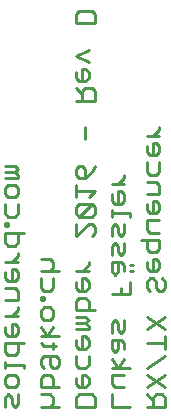
<source format=gbo>
G75*
%MOIN*%
%OFA0B0*%
%FSLAX25Y25*%
%IPPOS*%
%LPD*%
%AMOC8*
5,1,8,0,0,1.08239X$1,22.5*
%
%ADD10C,0.00900*%
D10*
X0273325Y0076312D02*
X0273325Y0079365D01*
X0274342Y0080382D01*
X0275360Y0079365D01*
X0275360Y0077330D01*
X0276377Y0076312D01*
X0277395Y0077330D01*
X0277395Y0080382D01*
X0276377Y0082758D02*
X0274342Y0082758D01*
X0273325Y0083775D01*
X0273325Y0085810D01*
X0274342Y0086828D01*
X0276377Y0086828D01*
X0277395Y0085810D01*
X0277395Y0083775D01*
X0276377Y0082758D01*
X0285136Y0082758D02*
X0285136Y0085810D01*
X0286153Y0086828D01*
X0288188Y0086828D01*
X0289206Y0085810D01*
X0289206Y0082758D01*
X0291241Y0082758D02*
X0285136Y0082758D01*
X0285136Y0080382D02*
X0288188Y0080382D01*
X0289206Y0079365D01*
X0289206Y0077330D01*
X0288188Y0076312D01*
X0285136Y0076312D02*
X0291241Y0076312D01*
X0296947Y0076312D02*
X0296947Y0079365D01*
X0297964Y0080382D01*
X0302034Y0080382D01*
X0303052Y0079365D01*
X0303052Y0076312D01*
X0296947Y0076312D01*
X0297964Y0082758D02*
X0299999Y0082758D01*
X0301017Y0083775D01*
X0301017Y0085810D01*
X0299999Y0086828D01*
X0298982Y0086828D01*
X0298982Y0082758D01*
X0297964Y0082758D02*
X0296947Y0083775D01*
X0296947Y0085810D01*
X0297964Y0089203D02*
X0296947Y0090221D01*
X0296947Y0093273D01*
X0297964Y0095649D02*
X0296947Y0096666D01*
X0296947Y0098701D01*
X0298982Y0099719D02*
X0298982Y0095649D01*
X0299999Y0095649D02*
X0301017Y0096666D01*
X0301017Y0098701D01*
X0299999Y0099719D01*
X0298982Y0099719D01*
X0296947Y0102094D02*
X0301017Y0102094D01*
X0301017Y0103112D01*
X0299999Y0104129D01*
X0301017Y0105147D01*
X0299999Y0106164D01*
X0296947Y0106164D01*
X0296947Y0104129D02*
X0299999Y0104129D01*
X0301017Y0108540D02*
X0301017Y0111592D01*
X0299999Y0112610D01*
X0297964Y0112610D01*
X0296947Y0111592D01*
X0296947Y0108540D01*
X0303052Y0108540D01*
X0299999Y0114985D02*
X0301017Y0116003D01*
X0301017Y0118038D01*
X0299999Y0119055D01*
X0298982Y0119055D01*
X0298982Y0114985D01*
X0299999Y0114985D02*
X0297964Y0114985D01*
X0296947Y0116003D01*
X0296947Y0118038D01*
X0296947Y0121431D02*
X0301017Y0121431D01*
X0298982Y0121431D02*
X0301017Y0123466D01*
X0301017Y0124483D01*
X0291241Y0121431D02*
X0285136Y0121431D01*
X0285136Y0119055D02*
X0285136Y0116003D01*
X0286153Y0114985D01*
X0288188Y0114985D01*
X0289206Y0116003D01*
X0289206Y0119055D01*
X0288188Y0121431D02*
X0289206Y0122448D01*
X0289206Y0124483D01*
X0288188Y0125501D01*
X0285136Y0125501D01*
X0277395Y0124653D02*
X0273325Y0124653D01*
X0275360Y0124653D02*
X0277395Y0126688D01*
X0277395Y0127706D01*
X0276377Y0130025D02*
X0274342Y0130025D01*
X0273325Y0131042D01*
X0273325Y0134095D01*
X0279430Y0134095D01*
X0277395Y0134095D02*
X0277395Y0131042D01*
X0276377Y0130025D01*
X0274342Y0136470D02*
X0274342Y0137488D01*
X0273325Y0137488D01*
X0273325Y0136470D01*
X0274342Y0136470D01*
X0274342Y0139693D02*
X0273325Y0140710D01*
X0273325Y0143763D01*
X0274342Y0146138D02*
X0273325Y0147156D01*
X0273325Y0149191D01*
X0274342Y0150209D01*
X0276377Y0150209D01*
X0277395Y0149191D01*
X0277395Y0147156D01*
X0276377Y0146138D01*
X0274342Y0146138D01*
X0277395Y0143763D02*
X0277395Y0140710D01*
X0276377Y0139693D01*
X0274342Y0139693D01*
X0273325Y0152584D02*
X0277395Y0152584D01*
X0277395Y0153601D01*
X0276377Y0154619D01*
X0277395Y0155637D01*
X0276377Y0156654D01*
X0273325Y0156654D01*
X0273325Y0154619D02*
X0276377Y0154619D01*
X0296947Y0153601D02*
X0296947Y0155637D01*
X0297964Y0156654D01*
X0298982Y0156654D01*
X0299999Y0155637D01*
X0299999Y0152584D01*
X0297964Y0152584D01*
X0296947Y0153601D01*
X0299999Y0152584D02*
X0302034Y0154619D01*
X0303052Y0156654D01*
X0308758Y0150435D02*
X0312828Y0150435D01*
X0310793Y0150435D02*
X0312828Y0152470D01*
X0312828Y0153488D01*
X0311810Y0148060D02*
X0310793Y0148060D01*
X0310793Y0143990D01*
X0311810Y0143990D02*
X0312828Y0145007D01*
X0312828Y0147043D01*
X0311810Y0148060D01*
X0308758Y0147043D02*
X0308758Y0145007D01*
X0309775Y0143990D01*
X0311810Y0143990D01*
X0308758Y0141728D02*
X0308758Y0139693D01*
X0308758Y0140710D02*
X0314863Y0140710D01*
X0314863Y0139693D01*
X0312828Y0137318D02*
X0312828Y0134265D01*
X0311810Y0133247D01*
X0310793Y0134265D01*
X0310793Y0136300D01*
X0309775Y0137318D01*
X0308758Y0136300D01*
X0308758Y0133247D01*
X0309775Y0130872D02*
X0310793Y0129855D01*
X0310793Y0127819D01*
X0311810Y0126802D01*
X0312828Y0127819D01*
X0312828Y0130872D01*
X0309775Y0130872D02*
X0308758Y0129855D01*
X0308758Y0126802D01*
X0308758Y0124427D02*
X0308758Y0121374D01*
X0309775Y0120356D01*
X0310793Y0121374D01*
X0310793Y0124427D01*
X0311810Y0124427D02*
X0308758Y0124427D01*
X0311810Y0124427D02*
X0312828Y0123409D01*
X0312828Y0121374D01*
X0314863Y0121374D02*
X0315880Y0121374D01*
X0315880Y0123409D02*
X0314863Y0123409D01*
X0314863Y0117981D02*
X0314863Y0113911D01*
X0308758Y0113911D01*
X0311810Y0113911D02*
X0311810Y0115946D01*
X0320569Y0116003D02*
X0321586Y0114985D01*
X0320569Y0116003D02*
X0320569Y0118038D01*
X0321586Y0119055D01*
X0322604Y0119055D01*
X0323621Y0118038D01*
X0323621Y0116003D01*
X0324639Y0114985D01*
X0325656Y0114985D01*
X0326674Y0116003D01*
X0326674Y0118038D01*
X0325656Y0119055D01*
X0323621Y0121431D02*
X0321586Y0121431D01*
X0320569Y0122448D01*
X0320569Y0124483D01*
X0322604Y0125501D02*
X0322604Y0121431D01*
X0323621Y0121431D02*
X0324639Y0122448D01*
X0324639Y0124483D01*
X0323621Y0125501D01*
X0322604Y0125501D01*
X0323621Y0127876D02*
X0321586Y0127876D01*
X0320569Y0128894D01*
X0320569Y0131946D01*
X0318534Y0131946D02*
X0324639Y0131946D01*
X0324639Y0128894D01*
X0323621Y0127876D01*
X0324639Y0134322D02*
X0321586Y0134322D01*
X0320569Y0135339D01*
X0320569Y0138392D01*
X0324639Y0138392D01*
X0323621Y0140767D02*
X0321586Y0140767D01*
X0320569Y0141785D01*
X0320569Y0143820D01*
X0322604Y0144837D02*
X0322604Y0140767D01*
X0323621Y0140767D02*
X0324639Y0141785D01*
X0324639Y0143820D01*
X0323621Y0144837D01*
X0322604Y0144837D01*
X0320569Y0147213D02*
X0324639Y0147213D01*
X0324639Y0150265D01*
X0323621Y0151283D01*
X0320569Y0151283D01*
X0321586Y0153658D02*
X0320569Y0154676D01*
X0320569Y0157728D01*
X0321586Y0160104D02*
X0323621Y0160104D01*
X0324639Y0161121D01*
X0324639Y0163156D01*
X0323621Y0164174D01*
X0322604Y0164174D01*
X0322604Y0160104D01*
X0321586Y0160104D02*
X0320569Y0161121D01*
X0320569Y0163156D01*
X0320569Y0166549D02*
X0324639Y0166549D01*
X0322604Y0166549D02*
X0324639Y0168584D01*
X0324639Y0169602D01*
X0324639Y0157728D02*
X0324639Y0154676D01*
X0323621Y0153658D01*
X0321586Y0153658D01*
X0303052Y0148173D02*
X0296947Y0148173D01*
X0296947Y0146138D02*
X0296947Y0150209D01*
X0301017Y0146138D02*
X0303052Y0148173D01*
X0302034Y0143763D02*
X0297964Y0143763D01*
X0296947Y0142746D01*
X0296947Y0140710D01*
X0297964Y0139693D01*
X0302034Y0143763D01*
X0303052Y0142746D01*
X0303052Y0140710D01*
X0302034Y0139693D01*
X0297964Y0139693D01*
X0296947Y0137318D02*
X0296947Y0133247D01*
X0301017Y0137318D01*
X0302034Y0137318D01*
X0303052Y0136300D01*
X0303052Y0134265D01*
X0302034Y0133247D01*
X0286153Y0112780D02*
X0285136Y0112780D01*
X0285136Y0111762D01*
X0286153Y0111762D01*
X0286153Y0112780D01*
X0286153Y0109387D02*
X0288188Y0109387D01*
X0289206Y0108370D01*
X0289206Y0106334D01*
X0288188Y0105317D01*
X0286153Y0105317D01*
X0285136Y0106334D01*
X0285136Y0108370D01*
X0286153Y0109387D01*
X0285136Y0102998D02*
X0287171Y0099946D01*
X0289206Y0102998D01*
X0291241Y0099946D02*
X0285136Y0099946D01*
X0285136Y0097684D02*
X0286153Y0096666D01*
X0290223Y0096666D01*
X0289206Y0095649D02*
X0289206Y0097684D01*
X0290223Y0093273D02*
X0286153Y0093273D01*
X0285136Y0092256D01*
X0285136Y0090221D01*
X0286153Y0089203D01*
X0288188Y0090221D02*
X0288188Y0093273D01*
X0290223Y0093273D02*
X0291241Y0092256D01*
X0291241Y0090221D01*
X0290223Y0089203D01*
X0289206Y0089203D01*
X0288188Y0090221D01*
X0279430Y0090221D02*
X0273325Y0090221D01*
X0273325Y0091238D02*
X0273325Y0089203D01*
X0274342Y0093500D02*
X0276377Y0093500D01*
X0277395Y0094518D01*
X0277395Y0097570D01*
X0279430Y0097570D02*
X0273325Y0097570D01*
X0273325Y0094518D01*
X0274342Y0093500D01*
X0279430Y0090221D02*
X0279430Y0089203D01*
X0276377Y0099946D02*
X0274342Y0099946D01*
X0273325Y0100963D01*
X0273325Y0102998D01*
X0275360Y0104016D02*
X0275360Y0099946D01*
X0276377Y0099946D02*
X0277395Y0100963D01*
X0277395Y0102998D01*
X0276377Y0104016D01*
X0275360Y0104016D01*
X0275360Y0106391D02*
X0277395Y0108426D01*
X0277395Y0109444D01*
X0277395Y0111762D02*
X0273325Y0111762D01*
X0277395Y0111762D02*
X0277395Y0114815D01*
X0276377Y0115833D01*
X0273325Y0115833D01*
X0274342Y0118208D02*
X0276377Y0118208D01*
X0277395Y0119225D01*
X0277395Y0121261D01*
X0276377Y0122278D01*
X0275360Y0122278D01*
X0275360Y0118208D01*
X0274342Y0118208D02*
X0273325Y0119225D01*
X0273325Y0121261D01*
X0273325Y0106391D02*
X0277395Y0106391D01*
X0297964Y0095649D02*
X0299999Y0095649D01*
X0301017Y0093273D02*
X0301017Y0090221D01*
X0299999Y0089203D01*
X0297964Y0089203D01*
X0308758Y0089203D02*
X0314863Y0089203D01*
X0312828Y0086828D02*
X0308758Y0086828D01*
X0308758Y0083775D01*
X0309775Y0082758D01*
X0312828Y0082758D01*
X0308758Y0080382D02*
X0308758Y0076312D01*
X0314863Y0076312D01*
X0320569Y0076312D02*
X0326674Y0076312D01*
X0326674Y0079365D01*
X0325656Y0080382D01*
X0323621Y0080382D01*
X0322604Y0079365D01*
X0322604Y0076312D01*
X0322604Y0078347D02*
X0320569Y0080382D01*
X0320569Y0082758D02*
X0326674Y0086828D01*
X0326674Y0082758D02*
X0320569Y0086828D01*
X0320569Y0089203D02*
X0326674Y0093273D01*
X0326674Y0095649D02*
X0326674Y0099719D01*
X0326674Y0097684D02*
X0320569Y0097684D01*
X0320569Y0102094D02*
X0326674Y0106164D01*
X0326674Y0102094D02*
X0320569Y0106164D01*
X0312828Y0105090D02*
X0312828Y0102037D01*
X0311810Y0101020D01*
X0310793Y0102037D01*
X0310793Y0104073D01*
X0309775Y0105090D01*
X0308758Y0104073D01*
X0308758Y0101020D01*
X0308758Y0098645D02*
X0308758Y0095592D01*
X0309775Y0094574D01*
X0310793Y0095592D01*
X0310793Y0098645D01*
X0311810Y0098645D02*
X0308758Y0098645D01*
X0311810Y0098645D02*
X0312828Y0097627D01*
X0312828Y0095592D01*
X0312828Y0092256D02*
X0310793Y0089203D01*
X0308758Y0092256D01*
X0299999Y0165475D02*
X0299999Y0169545D01*
X0298982Y0178366D02*
X0298982Y0181419D01*
X0299999Y0182436D01*
X0302034Y0182436D01*
X0303052Y0181419D01*
X0303052Y0178366D01*
X0296947Y0178366D01*
X0298982Y0180401D02*
X0296947Y0182436D01*
X0297964Y0184811D02*
X0299999Y0184811D01*
X0301017Y0185829D01*
X0301017Y0187864D01*
X0299999Y0188882D01*
X0298982Y0188882D01*
X0298982Y0184811D01*
X0297964Y0184811D02*
X0296947Y0185829D01*
X0296947Y0187864D01*
X0301017Y0191257D02*
X0296947Y0193292D01*
X0301017Y0195327D01*
X0303052Y0204148D02*
X0296947Y0204148D01*
X0296947Y0207200D01*
X0297964Y0208218D01*
X0302034Y0208218D01*
X0303052Y0207200D01*
X0303052Y0204148D01*
M02*

</source>
